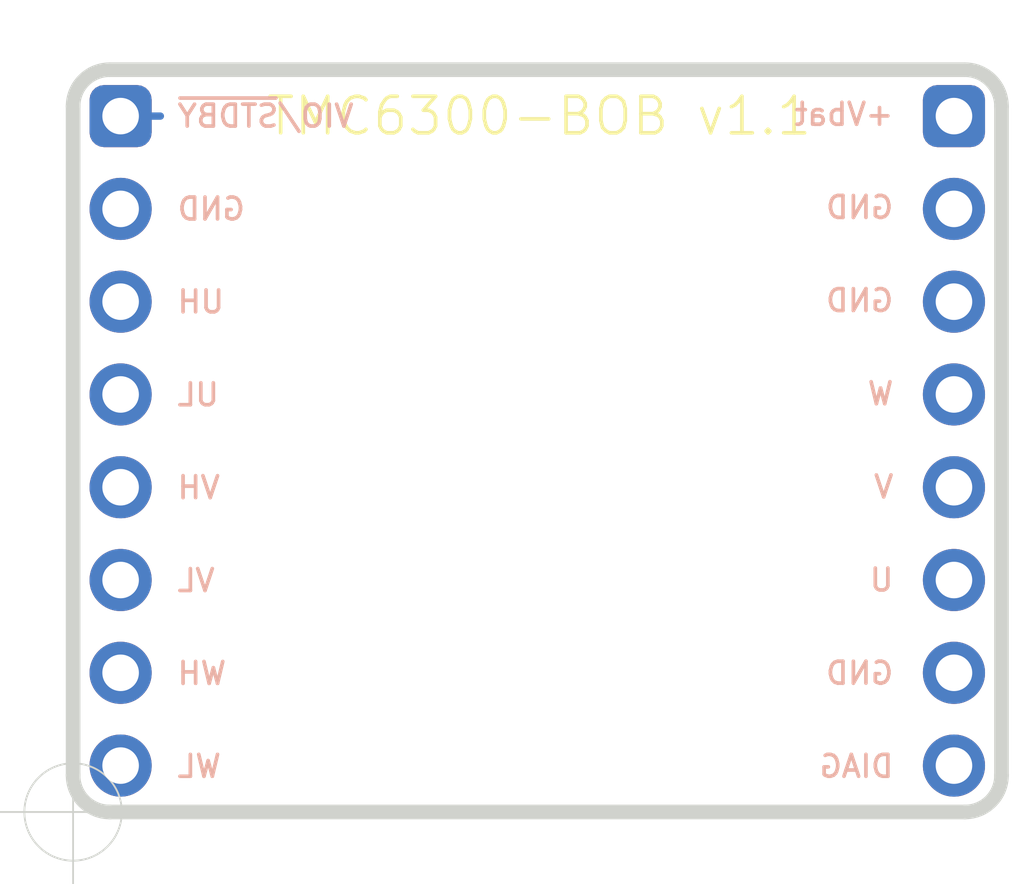
<source format=kicad_pcb>
(kicad_pcb (version 20211014) (generator pcbnew)
  (layers (0 "F.Cu" signal "F1.Cu") (1 "In1.Cu" signal "In2.Cu") (2 "In2.Cu" signal "In3.Cu") (31 "B.Cu" signal "B4.Cu") (34 "B.Paste" user) (35 "F.Paste" user) (36 "B.SilkS" user "B.Silkscreen") (37 "F.SilkS" user "F.Silkscreen") (38 "B.Mask" user) (39 "F.Mask" user) (44 "Edge.Cuts" user))
  (net 0 "")
  (net 1 "GND")
  (net 2 "/VIO\\~{STDBY}")
  (net 3 "/V")
  (net 4 "/U")
  (net 5 "/DIAG")
  (net 6 "/WL")
  (net 7 "/UL")
  (net 8 "/VL")
  (net 9 "/W")
  (net 10 "/UH")
  (net 11 "/WH")
  (net 12 "/VH")
  (net 13 "/+Vbat")
  (footprint "Connector_PinHeader_2.54mm:PinHeader_1x08_P2.54mm_Vertical" (layer "B.Cu") (at 24.1 -19.05 180)
    (fp_text reference "J102")
    (fp_text value "Conn_01x08_Male" hide)
    (pad "1" thru_hole roundrect locked (at 0 0 180) (size 1.7 1.7) (drill 1) (layers *.Cu *.Mask) (roundrect_rratio 0.235) (net 13 "/+Vbat"))
    (pad "2" thru_hole oval locked (at 0 -2.54 180) (size 1.7 1.7) (drill 1) (layers *.Cu *.Mask) (net 1 "GND"))
    (pad "3" thru_hole oval locked (at 0 -5.08 180) (size 1.7 1.7) (drill 1) (layers *.Cu *.Mask) (net 1 "GND"))
    (pad "4" thru_hole oval locked (at 0 -7.62 180) (size 1.7 1.7) (drill 1) (layers *.Cu *.Mask) (net 9 "/W"))
    (pad "5" thru_hole oval locked (at 0 -10.16 180) (size 1.7 1.7) (drill 1) (layers *.Cu *.Mask) (net 3 "/V"))
    (pad "6" thru_hole oval locked (at 0 -12.7 180) (size 1.7 1.7) (drill 1) (layers *.Cu *.Mask) (net 4 "/U"))
    (pad "7" thru_hole oval locked (at 0 -15.24 180) (size 1.7 1.7) (drill 1) (layers *.Cu *.Mask) (net 1 "GND"))
    (pad "8" thru_hole oval locked (at 0 -17.78 180) (size 1.7 1.7) (drill 1) (layers *.Cu *.Mask) (net 5 "/DIAG"))
  )
  (footprint "Connector_PinHeader_2.54mm:PinHeader_1x08_P2.54mm_Vertical" (layer "B.Cu") (at 1.3 -19.05 180)
    (fp_text reference "J101")
    (fp_text value "Conn_01x08_Male" hide)
    (pad "1" thru_hole roundrect locked (at 0 0 180) (size 1.7 1.7) (drill 1) (layers *.Cu *.Mask) (roundrect_rratio 0.235) (net 2 "/VIO\\~{STDBY}"))
    (pad "2" thru_hole oval locked (at 0 -2.54 180) (size 1.7 1.7) (drill 1) (layers *.Cu *.Mask) (net 1 "GND"))
    (pad "3" thru_hole oval locked (at 0 -5.08 180) (size 1.7 1.7) (drill 1) (layers *.Cu *.Mask) (net 10 "/UH"))
    (pad "4" thru_hole oval locked (at 0 -7.62 180) (size 1.7 1.7) (drill 1) (layers *.Cu *.Mask) (net 7 "/UL"))
    (pad "5" thru_hole oval locked (at 0 -10.16 180) (size 1.7 1.7) (drill 1) (layers *.Cu *.Mask) (net 12 "/VH"))
    (pad "6" thru_hole oval locked (at 0 -12.7 180) (size 1.7 1.7) (drill 1) (layers *.Cu *.Mask) (net 8 "/VL"))
    (pad "7" thru_hole oval locked (at 0 -15.24 180) (size 1.7 1.7) (drill 1) (layers *.Cu *.Mask) (net 11 "/WH"))
    (pad "8" thru_hole oval locked (at 0 -17.78 180) (size 1.7 1.7) (drill 1) (layers *.Cu *.Mask) (net 6 "/WL"))
  )
  (gr_line (start 0 -19.32) (end 0 -1) (layer "Edge.Cuts") (width 0.4))
  (gr_arc (start 1 0) (mid 0.292893 -0.292893) (end 0 -1) (layer "Edge.Cuts") (width 0.4))
  (gr_line (start 1 0) (end 24.4 0) (layer "Edge.Cuts") (width 0.4))
  (gr_arc (start 25.4 -1) (mid 25.107107 -0.292893) (end 24.4 0) (layer "Edge.Cuts") (width 0.4))
  (gr_arc (start 0 -19.32) (mid 0.292893 -20.027107) (end 1 -20.32) (layer "Edge.Cuts") (width 0.4))
  (gr_line (start 1 -20.32) (end 24.4 -20.32) (layer "Edge.Cuts") (width 0.4))
  (gr_line (start 25.4 -19.32) (end 25.4 -1) (layer "Edge.Cuts") (width 0.4))
  (gr_arc (start 24.4 -20.32) (mid 25.107107 -20.027107) (end 25.4 -19.32) (layer "Edge.Cuts") (width 0.4))
  (gr_text "GND" (at 2.8 -16.507143) (layer "B.SilkS") (effects (font (size 0.6 0.6) (thickness 0.1)) (justify right mirror)))
  (gr_text "UH" (at 2.8 -13.964286) (layer "B.SilkS") (effects (font (size 0.6 0.6) (thickness 0.1)) (justify right mirror)))
  (gr_text "UL" (at 2.8 -11.421429) (layer "B.SilkS") (effects (font (size 0.6 0.6) (thickness 0.1)) (justify right mirror)))
  (gr_text "VH" (at 2.8 -8.878572) (layer "B.SilkS") (effects (font (size 0.6 0.6) (thickness 0.1)) (justify right mirror)))
  (gr_text "VL" (at 2.8 -6.335715) (layer "B.SilkS") (effects (font (size 0.6 0.6) (thickness 0.1)) (justify right mirror)))
  (gr_text "WH" (at 2.8 -3.792858) (layer "B.SilkS") (effects (font (size 0.6 0.6) (thickness 0.1)) (justify right mirror)))
  (gr_text "WL" (at 2.8 -1.25) (layer "B.SilkS") (effects (font (size 0.6 0.6) (thickness 0.1)) (justify right mirror)))
  (gr_text "+Vbat" (at 22.5 -19.1) (layer "B.SilkS") (effects (font (size 0.6 0.6) (thickness 0.1)) (justify left mirror)))
  (gr_text "GND" (at 22.5 -16.55) (layer "B.SilkS") (effects (font (size 0.6 0.6) (thickness 0.1)) (justify left mirror)))
  (gr_text "GND" (at 22.5 -14) (layer "B.SilkS") (effects (font (size 0.6 0.6) (thickness 0.1)) (justify left mirror)))
  (gr_text "W" (at 22.5 -11.45) (layer "B.SilkS") (effects (font (size 0.6 0.6) (thickness 0.1)) (justify left mirror)))
  (gr_text "V" (at 22.5 -8.9) (layer "B.SilkS") (effects (font (size 0.6 0.6) (thickness 0.1)) (justify left mirror)))
  (gr_text "U" (at 22.5 -6.35) (layer "B.SilkS") (effects (font (size 0.6 0.6) (thickness 0.1)) (justify left mirror)))
  (gr_text "GND" (at 22.5 -3.8) (layer "B.SilkS") (effects (font (size 0.6 0.6) (thickness 0.1)) (justify left mirror)))
  (gr_text "DIAG" (at 22.5 -1.25) (layer "B.SilkS") (effects (font (size 0.6 0.6) (thickness 0.1)) (justify left mirror)))
  (gr_text "VIO/~{STDBY}" (at 2.8 -19.05) (layer "B.SilkS") (effects (font (size 0.6 0.6) (thickness 0.1)) (justify right mirror)))
  (gr_text "TMC6300-BOB v1.1" (at 12.75 -19.05) (layer "F.SilkS") (effects (font (size 1 1) (thickness 0.1))))
  (target plus (at 0 0) (size 4) (width 0.05) (layer "Edge.Cuts"))
  (segment (start 1.3 -19.05) (end 2.388002 -19.05) (width 0.2) (layer "B.Cu") (net 2))
)
</source>
